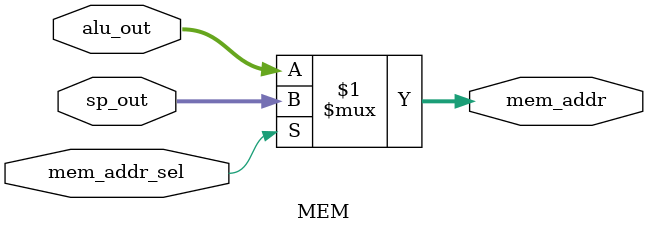
<source format=sv>
module MEM(
    input [31:0] alu_out,
    input [31:0] sp_out,
    input mem_addr_sel,
    output [31:0] mem_addr
);

assign mem_addr = (mem_addr_sel) ? sp_out : alu_out;

endmodule
//Line for revision controll version 1.0

</source>
